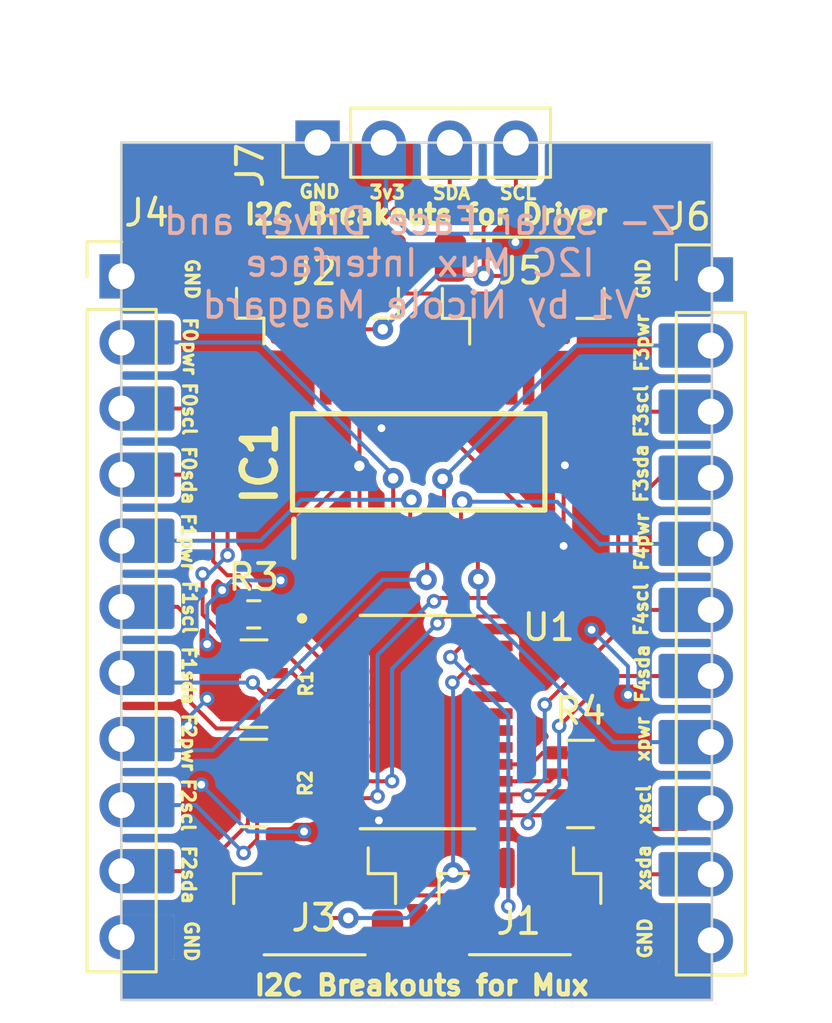
<source format=kicad_pcb>
(kicad_pcb (version 20240108) (generator "pcbnew") (generator_version "8.0")
  (layers (0 "F.Cu" signal) (31 "B.Cu" signal) (34 "B.Paste" user) (35 "F.Paste" user) (36 "B.SilkS" user "B.Silkscreen") (37 "F.SilkS" user "F.Silkscreen") (38 "B.Mask" user) (39 "F.Mask" user) (44 "Edge.Cuts" user))
  (net 0 "")
  (net 1 "Camera")
  (net 2 "+3V3")
  (net 9 "GND")
  (net 10 "F0_ENB")
  (net 11 "F1_ENB")
  (net 12 "F2_ENB")
  (net 13 "F3_ENB")
  (net 14 "F4_ENB")
  (net 23 "SCL0")
  (net 24 "SDA0")
  (net 25 "SDA1")
  (net 26 "SCL1")
  (net 27 "F3_SDA")
  (net 28 "F2_SDA")
  (net 29 "F1_SDA")
  (net 30 "F0_SDA")
  (net 31 "F3_SCL")
  (net 32 "F2_SCL")
  (net 33 "F0_SCL")
  (net 34 "F4_SCL")
  (net 35 "F4_SDA")
  (net 36 "I2C_RESET")
  (net 37 "F1_SCL")
  (net 38 "Break_SDA")
  (net 39 "Break_SCL")
  (footprint "Connector_PinHeader_2.54mm:PinHeader_1x11_P2.54mm_Vertical" (layer "F.Cu") (at 166.36 75.11)
    (property "Reference" "J6")
    (property "Value" "Conn_01x11")
  )
  (footprint "Connector_PinHeader_2.54mm:PinHeader_1x11_P2.54mm_Vertical" (layer "F.Cu") (at 143.71 74.99)
    (property "Reference" "J4")
    (property "Value" "Conn_01x11")
  )
  (footprint "Connector_JST:JST_SH_BM04B-SRSS-TB_1x04-1MP_P1.00mm_Vertical" (layer "F.Cu") (at 159.02 99.05 180)
    (property "Reference" "J1")
    (property "Value" "I2C0 Breakout")
  )
  (footprint "PCA9685:SOP65P640X110-28N" (layer "F.Cu") (at 155.13 82.12 90)
    (property "Reference" "IC1")
    (property "Value" "PCA9685PW,118" (hide yes))
  )
  (footprint "Resistor_SMD:R_0603_1608Metric" (layer "F.Cu") (at 148.79 87.98)
    (property "Reference" "R3")
    (property "Value" "10K")
  )
  (footprint "Resistor_SMD:R_Array_Convex_4x0603" (layer "F.Cu") (at 148.8 90.64 180)
    (property "Reference" "R1")
    (property "Value" "10k")
  )
  (footprint "TCA9548APWR:SOP65P640X120-24N" (layer "F.Cu") (at 155.085 92.12)
    (property "Reference" "U1")
    (property "Value" "TCA9548APWR")
  )
  (footprint "Connector_JST:JST_SH_BM04B-SRSS-TB_1x04-1MP_P1.00mm_Vertical" (layer "F.Cu") (at 159.15 75.495)
    (property "Reference" "J5")
    (property "Value" "I2C1 Breakout")
  )
  (footprint "Resistor_SMD:R_Array_Convex_4x0603" (layer "F.Cu") (at 161.35 94.5)
    (property "Reference" "R4")
    (property "Value" "10k")
  )
  (footprint "Connector_JST:JST_SH_BM04B-SRSS-TB_1x04-1MP_P1.00mm_Vertical" (layer "F.Cu") (at 151.24 75.485)
    (property "Reference" "J2")
    (property "Value" "I2C1 Breakout")
  )
  (footprint "Connector_JST:JST_SH_BM04B-SRSS-TB_1x04-1MP_P1.00mm_Vertical" (layer "F.Cu") (at 151.13 99.055 180)
    (property "Reference" "J3")
    (property "Value" "I2C0 Breakout")
  )
  (footprint "Resistor_SMD:R_Array_Convex_4x0603" (layer "F.Cu") (at 148.79 94.46 180)
    (property "Reference" "R2")
    (property "Value" "10k")
  )
  (footprint "Connector_PinHeader_2.54mm:PinHeader_1x04_P2.54mm_Vertical" (layer "F.Cu") (at 151.245 69.85 90)
    (property "Reference" "J7")
    (property "Value" "I2C1 Breakout")
  )
  (gr_line (start 166.4 71.7) (end 166.4 102.8) (stroke (width 0.1)) (layer "Edge.Cuts"))
  (gr_line (start 143.7 69.85) (end 143.7 71.7) (stroke (width 0.1)) (layer "Edge.Cuts"))
  (gr_line (start 143.7 102.8) (end 143.7 71.7) (stroke (width 0.1)) (layer "Edge.Cuts"))
  (gr_line (start 166.4 69.85) (end 166.4 71.7) (stroke (width 0.1)) (layer "Edge.Cuts"))
  (gr_line (start 166.4 102.8) (end 143.7 102.8) (stroke (width 0.1)) (layer "Edge.Cuts"))
  (gr_line (start 166.4 69.85) (end 143.7 69.85) (stroke (width 0.1)) (layer "Edge.Cuts"))
  (gr_text "Z- Solar Face Driver and\nI2C Mux Interface\nV1 by Nicole Maggard" (at 155.175 76.675 0) (layer "B.SilkS") (effects (font (size 1 1)) (justify bottom mirror)))
  (gr_text "xscl" (at 164.075 96.125 90) (layer "F.SilkS") (effects (font (size 0.5 0.5) (thickness 0.125)) (justify left bottom)))
  (gr_text "GND" (at 164.125 101.275 90) (layer "F.SilkS") (effects (font (size 0.5 0.5) (thickness 0.125)) (justify left bottom)))
  (gr_text "F2sda" (at 146 96.8 270) (layer "F.SilkS") (effects (font (size 0.5 0.5) (thickness 0.125)) (justify left bottom)))
  (gr_text "SCL" (at 158.175 72.075 0) (layer "F.SilkS") (effects (font (size 0.5 0.5) (thickness 0.125)) (justify left bottom)))
  (gr_text "F0scl" (at 146.025 79 270) (layer "F.SilkS") (effects (font (size 0.5 0.5) (thickness 0.125)) (justify left bottom)))
  (gr_text "3v3" (at 153.175 72.05 0) (layer "F.SilkS") (effects (font (size 0.5 0.5) (thickness 0.125)) (justify left bottom)))
  (gr_text "F0pwr" (at 146.05 76.5 270) (layer "F.SilkS") (effects (font (size 0.5 0.5) (thickness 0.125)) (justify left bottom)))
  (gr_text "GND" (at 164.05 75.925 90) (layer "F.SilkS") (effects (font (size 0.5 0.5) (thickness 0.125)) (justify left bottom)))
  (gr_text "F4scl" (at 163.975 88.875 90) (layer "F.SilkS") (effects (font (size 0.5 0.5) (thickness 0.125)) (justify left bottom)))
  (gr_text "F2scl" (at 145.975 94.225 270) (layer "F.SilkS") (effects (font (size 0.5 0.5) (thickness 0.125)) (justify left bottom)))
  (gr_text "F3sda" (at 163.975 83.75 90) (layer "F.SilkS") (effects (font (size 0.5 0.5) (thickness 0.125)) (justify left bottom)))
  (gr_text "F1pwr" (at 145.975 84.025 270) (layer "F.SilkS") (effects (font (size 0.5 0.5) (thickness 0.125)) (justify left bottom)))
  (gr_text "F3pwr" (at 164 78.725 90) (layer "F.SilkS") (effects (font (size 0.5 0.5) (thickness 0.125)) (justify left bottom)))
  (gr_text "F1sda" (at 146 89.15 270) (layer "F.SilkS") (effects (font (size 0.5 0.5) (thickness 0.125)) (justify left bottom)))
  (gr_text "F4sda" (at 164.025 91.45 90) (layer "F.SilkS") (effects (font (size 0.5 0.5) (thickness 0.125)) (justify left bottom)))
  (gr_text "xsda" (at 164.075 98.65 90) (layer "F.SilkS") (effects (font (size 0.5 0.5) (thickness 0.125)) (justify left bottom)))
  (gr_text "F1scl" (at 146.025 86.625 270) (layer "F.SilkS") (effects (font (size 0.5 0.5) (thickness 0.125)) (justify left bottom)))
  (gr_text "GND" (at 146.125 74.25 -90) (layer "F.SilkS") (effects (font (size 0.5 0.5) (thickness 0.125)) (justify left bottom)))
  (gr_text "I2C Breakouts for Mux" (at 148.725 102.675 0) (layer "F.SilkS") (effects (font (size 0.75 0.75) (thickness 0.1875) (bold yes)) (justify left bottom)))
  (gr_text "F0sda" (at 146 81.45 270) (layer "F.SilkS") (effects (font (size 0.5 0.5) (thickness 0.125)) (justify left bottom)))
  (gr_text "GND" (at 150.475 72.025 0) (layer "F.SilkS") (effects (font (size 0.5 0.5) (thickness 0.125)) (justify left bottom)))
  (gr_text "GND" (at 146.1 99.7 -90) (layer "F.SilkS") (effects (font (size 0.5 0.5) (thickness 0.125)) (justify left bottom)))
  (gr_text "I2C Breakouts for Driver" (at 148.35 73.05 0) (layer "F.SilkS") (effects (font (size 0.75 0.75) (thickness 0.1875) (bold yes)) (justify left bottom)))
  (gr_text "F4pwr" (at 164 86.375 90) (layer "F.SilkS") (effects (font (size 0.5 0.5) (thickness 0.125)) (justify left bottom)))
  (gr_text "F2pwr" (at 146 91.725 270) (layer "F.SilkS") (effects (font (size 0.5 0.5) (thickness 0.125)) (justify left bottom)))
  (gr_text "F3scl" (at 163.975 81.25 90) (layer "F.SilkS") (effects (font (size 0.5 0.5) (thickness 0.125)) (justify left bottom)))
  (gr_text "SDA" (at 155.6 72.075 0) (layer "F.SilkS") (effects (font (size 0.5 0.5) (thickness 0.125)) (justify left bottom)))
  (gr_text "xpwr" (at 164.025 93.7 90) (layer "F.SilkS") (effects (font (size 0.5 0.5) (thickness 0.125)) (justify left bottom)))
  (segment (start 157.405 85.058) (end 157.405 86.605) (width 0.1524) (layer "F.Cu") (net 1))
  (segment (start 157.405 86.605) (end 157.425 86.625) (width 0.1524) (layer "F.Cu") (net 1))
  (via (at 157.425 86.625) (size 0.8) (drill 0.4) (layers "F.Cu" "B.Cu") (net 1))
  (segment (start 157.425 86.625) (end 157.425 87.7) (width 0.1524) (layer "B.Cu") (net 1))
  (segment (start 157.425 87.7) (end 162.615 92.89) (width 0.1524) (layer "B.Cu") (net 1))
  (segment (start 162.615 92.89) (end 166.1968 92.89) (width 0.1524) (layer "B.Cu") (net 1))
  (via (at 149.825 86.675) (size 0.56) (drill 0.3) (layers "F.Cu" "B.Cu") (net 2))
  (via (at 147 91.225) (size 0.56) (drill 0.3) (layers "F.Cu" "B.Cu") (net 2))
  (via (at 163.175 91.075) (size 0.56) (drill 0.3) (layers "F.Cu" "B.Cu") (net 2))
  (via (at 147.575 87.05) (size 0.56) (drill 0.3) (layers "F.Cu" "B.Cu") (net 2))
  (via (at 163.175 91.075) (size 0.56) (drill 0.3) (layers "F.Cu" "B.Cu") (net 2))
  (via (at 147 89.125) (size 0.56) (drill 0.3) (layers "F.Cu" "B.Cu") (net 2))
  (via (at 146.275 92.275) (size 0.56) (drill 0.3) (layers "F.Cu" "B.Cu") (net 2))
  (via (at 158.85 73.675) (size 0.56) (drill 0.3) (layers "F.Cu" "B.Cu") (net 2))
  (via (at 161.775 88.575) (size 0.56) (drill 0.3) (layers "F.Cu" "B.Cu") (net 2))
  (via (at 146.775 94.525) (size 0.56) (drill 0.3) (layers "F.Cu" "B.Cu") (net 2))
  (via (at 150.725 96.325) (size 0.56) (drill 0.3) (layers "F.Cu" "B.Cu") (net 2))
  (segment (start 147.575 87.05) (end 147.95 86.675) (width 0.1524) (layer "B.Cu") (net 2))
  (segment (start 163.175 89.975) (end 161.775 88.575) (width 0.1524) (layer "B.Cu") (net 2))
  (segment (start 146.275 92.275) (end 146.275 91.95) (width 0.1524) (layer "B.Cu") (net 2))
  (segment (start 153.875 70.0532) (end 153.785 70.0532) (width 0.1524) (layer "B.Cu") (net 2))
  (segment (start 147 87.625) (end 147.575 87.05) (width 0.1524) (layer "B.Cu") (net 2))
  (segment (start 158.85 73.675) (end 158.525 73.35) (width 0.1524) (layer "B.Cu") (net 2))
  (segment (start 147 89.125) (end 147 87.625) (width 0.1524) (layer "B.Cu") (net 2))
  (segment (start 146.275 91.95) (end 147 91.225) (width 0.1524) (layer "B.Cu") (net 2))
  (segment (start 158.525 73.35) (end 154.8 73.35) (width 0.1524) (layer "B.Cu") (net 2))
  (segment (start 150.725 96.325) (end 148.575 96.325) (width 0.1524) (layer "B.Cu") (net 2))
  (segment (start 147.95 86.675) (end 149.825 86.675) (width 0.1524) (layer "B.Cu") (net 2))
  (segment (start 153.875 72.425) (end 153.875 70.0532) (width 0.1524) (layer "B.Cu") (net 2))
  (segment (start 148.575 96.325) (end 146.775 94.525) (width 0.1524) (layer "B.Cu") (net 2))
  (segment (start 163.175 91.075) (end 163.175 89.975) (width 0.1524) (layer "B.Cu") (net 2))
  (segment (start 154.8 73.35) (end 153.875 72.425) (width 0.1524) (layer "B.Cu") (net 2))
  (segment (start 152.63 96.11) (end 152.215 95.695) (width 0.1524) (layer "F.Cu") (net 9))
  (segment (start 152.855 85.058) (end 152.855 82.28) (width 0.1524) (layer "F.Cu") (net 9))
  (segment (start 153.505 79.182) (end 153.505 80.63) (width 0.1524) (layer "F.Cu") (net 9))
  (segment (start 159.355 84.1681) (end 155.3826 80.1957) (width 0.1524) (layer "F.Cu") (net 9))
  (segment (start 153.505 80.63) (end 153.7 80.825) (width 0.1524) (layer "F.Cu") (net 9))
  (segment (start 152.63 97.73) (end 152.63 96.11) (width 0.1524) (layer "F.Cu") (net 9))
  (segment (start 159.355 85.058) (end 159.355 84.1681) (width 0.1524) (layer "F.Cu") (net 9))
  (segment (start 148.91 76.81) (end 147.09 74.99) (width 0.1524) (layer "F.Cu") (net 9))
  (segment (start 160.52 97.725) (end 161.225 97.725) (width 0.1524) (layer "F.Cu") (net 9))
  (segment (start 154.155 80.03) (end 154.155 79.182) (width 0.1524) (layer "F.Cu") (net 9))
  (segment (start 161.225 97.725) (end 164.01 100.51) (width 0.1524) (layer "F.Cu") (net 9))
  (segment (start 160.7 82.3) (end 160.75 82.25) (width 0.1524) (layer "F.Cu") (net 9))
  (segment (start 157.65 76.82) (end 155.6521 76.82) (width 0.1524) (layer "F.Cu") (net 9))
  (segment (start 155.6521 76.82) (end 154.155 78.3171) (width 0.1524) (layer "F.Cu") (net 9))
  (segment (start 149.74 76.81) (end 148.91 76.81) (width 0.1524) (layer "F.Cu") (net 9))
  (segment (start 152.855 82.2181) (end 152.855 82.125) (width 0.1524) (layer "F.Cu") (net 9))
  (segment (start 152.855 82.125) (end 152.855 79.182) (width 0.1524) (layer "F.Cu") (net 9))
  (segment (start 152.85 82.275) (end 152.855 82.27) (width 0.1524) (layer "F.Cu") (net 9))
  (segment (start 150.905 84.1681) (end 152.855 82.2181) (width 0.1524) (layer "F.Cu") (net 9))
  (segment (start 164.01 100.51) (end 166.1968 100.51) (width 0.1524) (layer "F.Cu") (net 9))
  (segment (start 154.155 79.182) (end 152.855 79.182) (width 0.1524) (layer "F.Cu") (net 9))
  (segment (start 160.7 85.35) (end 159.647 85.35) (width 0.1524) (layer "F.Cu") (net 9))
  (segment (start 154.155 78.3171) (end 154.155 79.182) (width 0.1524) (layer "F.Cu") (net 9))
  (segment (start 152.855 82.28) (end 152.85 82.275) (width 0.1524) (layer "F.Cu") (net 9))
  (segment (start 159.647 85.35) (end 159.355 85.058) (width 0.1524) (layer "F.Cu") (net 9))
  (segment (start 147.09 74.99) (end 143.9032 74.99) (width 0.1524) (layer "F.Cu") (net 9))
  (segment (start 150.905 85.058) (end 150.905 84.1681) (width 0.1524) (layer "F.Cu") (net 9))
  (segment (start 160.7 85.35) (end 160.7 82.3) (width 0.1524) (layer "F.Cu") (net 9))
  (segment (start 154.3207 80.1957) (end 154.155 80.03) (width 0.1524) (layer "F.Cu") (net 9))
  (segment (start 153.395 95.695) (end 152.215 95.695) (width 0.1524) (layer "F.Cu") (net 9))
  (segment (start 152.855 82.27) (end 152.855 82.125) (width 0.1524) (layer "F.Cu") (net 9))
  (segment (start 153.6 95.9) (end 153.395 95.695) (width 0.1524) (layer "F.Cu") (net 9))
  (segment (start 155.3826 80.1957) (end 154.3207 80.1957) (width 0.1524) (layer "F.Cu") (net 9))
  (via (at 160.7 85.35) (size 0.56) (drill 0.3) (layers "F.Cu" "B.Cu") (net 9))
  (via (at 153.7 80.825) (size 0.56) (drill 0.3) (layers "F.Cu" "B.Cu") (net 9))
  (via (at 153.6 95.9) (size 0.56) (drill 0.3) (layers "F.Cu" "B.Cu") (net 9))
  (via (at 160.75 82.25) (size 0.56) (drill 0.3) (layers "F.Cu" "B.Cu") (net 9))
  (via (at 152.85 82.275) (size 0.8) (drill 0.4) (layers "F.Cu" "B.Cu") (net 9))
  (segment (start 154.15 84.1881) (end 154.15 82.75) (width 0.1524) (layer "F.Cu") (net 10))
  (segment (start 154.155 85.058) (end 154.155 84.1931) (width 0.1524) (layer "F.Cu") (net 10))
  (segment (start 154.155 84.1931) (end 154.15 84.1881) (width 0.1524) (layer "F.Cu") (net 10))
  (via (at 154.15 82.75) (size 0.8) (drill 0.4) (layers "F.Cu" "B.Cu") (net 10))
  (segment (start 149.061292 77.53) (end 143.9032 77.53) (width 0.1524) (layer "B.Cu") (net 10))
  (segment (start 154.15 82.75) (end 154.15 82.618708) (width 0.1524) (layer "B.Cu") (net 10))
  (segment (start 154.15 82.618708) (end 149.061292 77.53) (width 0.1524) (layer "B.Cu") (net 10))
  (segment (start 154.805 83.62) (end 154.85 83.575) (width 0.1524) (layer "F.Cu") (net 11))
  (segment (start 154.805 85.058) (end 154.805 83.62) (width 0.1524) (layer "F.Cu") (net 11))
  (via (at 154.85 83.575) (size 0.8) (drill 0.4) (layers "F.Cu" "B.Cu") (net 11))
  (segment (start 154.85 83.575) (end 150.625 83.575) (width 0.1524) (layer "B.Cu") (net 11))
  (segment (start 150.625 83.575) (end 149.05 85.15) (width 0.1524) (layer "B.Cu") (net 11))
  (segment (start 149.05 85.15) (end 143.9032 85.15) (width 0.1524) (layer "B.Cu") (net 11))
  (segment (start 155.455 85.058) (end 155.455 86.62) (width 0.1524) (layer "F.Cu") (net 12))
  (segment (start 155.455 86.62) (end 155.425 86.65) (width 0.1524) (layer "F.Cu") (net 12))
  (via (at 155.425 86.65) (size 0.8) (drill 0.4) (layers "F.Cu" "B.Cu") (net 12))
  (segment (start 153.75 86.65) (end 147.2 93.2) (width 0.1524) (layer "B.Cu") (net 12))
  (segment (start 144.3332 93.2) (end 143.9032 92.77) (width 0.1524) (layer "B.Cu") (net 12))
  (segment (start 155.425 86.65) (end 153.75 86.65) (width 0.1524) (layer "B.Cu") (net 12))
  (segment (start 147.2 93.2) (end 144.3332 93.2) (width 0.1524) (layer "B.Cu") (net 12))
  (segment (start 156.105 82.83) (end 156.05 82.775) (width 0.1524) (layer "F.Cu") (net 13))
  (segment (start 156.105 85.058) (end 156.105 82.83) (width 0.1524) (layer "F.Cu") (net 13))
  (via (at 156.05 82.775) (size 0.8) (drill 0.4) (layers "F.Cu" "B.Cu") (net 13))
  (segment (start 156.05 82.775) (end 161.175 77.65) (width 0.1524) (layer "B.Cu") (net 13))
  (segment (start 161.175 77.65) (end 166.1968 77.65) (width 0.1524) (layer "B.Cu") (net 13))
  (segment (start 156.755 83.695) (end 156.8 83.65) (width 0.1524) (layer "F.Cu") (net 14))
  (segment (start 156.755 85.058) (end 156.755 83.695) (width 0.1524) (layer "F.Cu") (net 14))
  (via (at 156.8 83.65) (size 0.8) (drill 0.4) (layers "F.Cu" "B.Cu") (net 14))
  (segment (start 156.8 83.65) (end 160.45 83.65) (width 0.1524) (layer "B.Cu") (net 14))
  (segment (start 160.45 83.65) (end 162.1 85.3) (width 0.1524) (layer "B.Cu") (net 14))
  (segment (start 162.1 85.3) (end 162.13 85.27) (width 0.1524) (layer "B.Cu") (net 14))
  (segment (start 162.13 85.27) (end 166.1968 85.27) (width 0.1524) (layer "B.Cu") (net 14))
  (segment (start 156.481403 90.6) (end 156.425 90.6) (width 0.1524) (layer "F.Cu") (net 23))
  (segment (start 149.63 98.107738) (end 151.172262 99.65) (width 0.1524) (layer "F.Cu") (net 23))
  (segment (start 157.345 97.9) (end 157.52 97.725) (width 0.1524) (layer "F.Cu") (net 23))
  (segment (start 157.236403 89.845) (end 156.481403 90.6) (width 0.1524) (layer "F.Cu") (net 23))
  (segment (start 151.172262 99.65) (end 152.425 99.65) (width 0.1524) (layer "F.Cu") (net 23))
  (segment (start 149.63 97.73) (end 149.63 98.107738) (width 0.1524) (layer "F.Cu") (net 23))
  (segment (start 157.955 89.845) (end 157.236403 89.845) (width 0.1524) (layer "F.Cu") (net 23))
  (segment (start 156.45 97.9) (end 157.345 97.9) (width 0.1524) (layer "F.Cu") (net 23))
  (via (at 156.45 97.9) (size 0.8) (drill 0.4) (layers "F.Cu" "B.Cu") (net 23))
  (via (at 156.425 90.6) (size 0.56) (drill 0.3) (layers "F.Cu" "B.Cu") (net 23))
  (via (at 152.425 99.65) (size 0.8) (drill 0.4) (layers "F.Cu" "B.Cu") (net 23))
  (segment (start 156.45 90.625) (end 156.45 97.9) (width 0.1524) (layer "B.Cu") (net 23))
  (segment (start 152.425 99.65) (end 154.7 99.65) (width 0.1524) (layer "B.Cu") (net 23))
  (segment (start 156.425 90.6) (end 156.45 90.625) (width 0.1524) (layer "B.Cu") (net 23))
  (segment (start 154.7 99.65) (end 156.45 97.9) (width 0.1524) (layer "B.Cu") (net 23))
  (segment (start 157.955 89.195) (end 156.78 89.195) (width 0.1524) (layer "F.Cu") (net 24))
  (segment (start 150.63 98.355) (end 150.63 97.73) (width 0.1524) (layer "F.Cu") (net 24))
  (segment (start 158.575 99.2) (end 158.575 97.78) (width 0.1524) (layer "F.Cu") (net 24))
  (segment (start 156.78 89.195) (end 156.35 89.625) (width 0.1524) (layer "F.Cu") (net 24))
  (segment (start 151.0562 98.7812) (end 150.63 98.355) (width 0.1524) (layer "F.Cu") (net 24))
  (segment (start 157.841538 98.7812) (end 151.0562 98.7812) (width 0.1524) (layer "F.Cu") (net 24))
  (segment (start 158.52 98.102738) (end 157.841538 98.7812) (width 0.1524) (layer "F.Cu") (net 24))
  (segment (start 158.575 97.78) (end 158.52 97.725) (width 0.1524) (layer "F.Cu") (net 24))
  (segment (start 158.52 97.725) (end 158.52 98.102738) (width 0.1524) (layer "F.Cu") (net 24))
  (via (at 158.575 99.2) (size 0.56) (drill 0.3) (layers "F.Cu" "B.Cu") (net 24))
  (via (at 156.35 89.625) (size 0.56) (drill 0.3) (layers "F.Cu" "B.Cu") (net 24))
  (segment (start 156.35 89.625) (end 158.575 91.85) (width 0.1524) (layer "B.Cu") (net 24))
  (segment (start 158.575 91.85) (end 158.575 99.2) (width 0.1524) (layer "B.Cu") (net 24))
  (segment (start 151.555 76.995) (end 151.555 79.182) (width 0.1524) (layer "F.Cu") (net 25))
  (segment (start 151.74 76.81) (end 151.74 76.432262) (width 0.1524) (layer "F.Cu") (net 25))
  (segment (start 151.74 76.81) (end 151.555 76.995) (width 0.1524) (layer "F.Cu") (net 25))
  (segment (start 159.65 75.85) (end 159.65 76.82) (width 0.1524) (layer "F.Cu") (net 25))
  (segment (start 155.725 72.375) (end 156.325 71.775) (width 0.1524) (layer "F.Cu") (net 25))
  (segment (start 151.74 76.432262) (end 152.522262 75.65) (width 0.1524) (layer "F.Cu") (net 25))
  (segment (start 151.74 74.840841) (end 154.205841 72.375) (width 0.1524) (layer "F.Cu") (net 25))
  (segment (start 154.205841 72.375) (end 155.725 72.375) (width 0.1524) (layer "F.Cu") (net 25))
  (segment (start 152.522262 75.65) (end 159.45 75.65) (width 0.1524) (layer "F.Cu") (net 25))
  (segment (start 156.325 71.775) (end 156.325 70.0532) (width 0.1524) (layer "F.Cu") (net 25))
  (segment (start 151.74 76.81) (end 151.74 74.840841) (width 0.1524) (layer "F.Cu") (net 25))
  (segment (start 159.45 75.65) (end 159.65 75.85) (width 0.1524) (layer "F.Cu") (net 25))
  (segment (start 160.65 76.351632) (end 159.272668 74.9743) (width 0.1524) (layer "F.Cu") (net 26))
  (segment (start 159.272668 74.9743) (end 157.625 74.9743) (width 0.1524) (layer "F.Cu") (net 26))
  (segment (start 153.75 77.025) (end 152.955 77.025) (width 0.1524) (layer "F.Cu") (net 26))
  (segment (start 157.625 74.9743) (end 157.625 73.1) (width 0.1524) (layer "F.Cu") (net 26))
  (segment (start 160.65 76.82) (end 160.65 76.351632) (width 0.1524) (layer "F.Cu") (net 26))
  (segment (start 152.74 76.81) (end 152.74 77.7571) (width 0.1524) (layer "F.Cu") (net 26))
  (segment (start 157.625 73.1) (end 158.865 71.86) (width 0.1524) (layer "F.Cu") (net 26))
  (segment (start 152.205 78.2921) (end 152.205 79.182) (width 0.1524) (layer "F.Cu") (net 26))
  (segment (start 152.74 77.7571) (end 152.205 78.2921) (width 0.1524) (layer "F.Cu") (net 26))
  (segment (start 158.865 71.86) (end 158.865 70.0532) (width 0.1524) (layer "F.Cu") (net 26))
  (segment (start 152.955 77.025) (end 152.74 76.81) (width 0.1524) (layer "F.Cu") (net 26))
  (via (at 157.625 74.9743) (size 0.8) (drill 0.4) (layers "F.Cu" "B.Cu") (net 26))
  (via (at 153.75 77.025) (size 0.8) (drill 0.4) (layers "F.Cu" "B.Cu") (net 26))
  (segment (start 155.8007 74.9743) (end 153.75 77.025) (width 0.1524) (layer "B.Cu") (net 26))
  (segment (start 157.625 74.9743) (end 155.8007 74.9743) (width 0.1524) (layer "B.Cu") (net 26))
  (segment (start 152.215 94.395) (end 154.100152 94.395) (width 0.1524) (layer "F.Cu") (net 27))
  (segment (start 149.69 94.86) (end 150.615 94.86) (width 0.1524) (layer "F.Cu") (net 27))
  (segment (start 150.615 94.86) (end 151.08 94.395) (width 0.1524) (layer "F.Cu") (net 27))
  (segment (start 156.1112 88.0638) (end 161.009568 88.0638) (width 0.1524) (layer "F.Cu") (net 27))
  (segment (start 154.100152 94.395) (end 154.1057 94.389452) (width 0.1524) (layer "F.Cu") (net 27))
  (segment (start 155.85 88.325) (end 156.1112 88.0638) (width 0.1524) (layer "F.Cu") (net 27))
  (segment (start 164.395 82.73) (end 166.1968 82.73) (width 0.1524) (layer "F.Cu") (net 27))
  (segment (start 163.275 85.798368) (end 163.275 83.85) (width 0.1524) (layer "F.Cu") (net 27))
  (segment (start 161.009568 88.0638) (end 163.275 85.798368) (width 0.1524) (layer "F.Cu") (net 27))
  (segment (start 163.275 83.85) (end 164.395 82.73) (width 0.1524) (layer "F.Cu") (net 27))
  (segment (start 151.08 94.395) (end 152.215 94.395) (width 0.1524) (layer "F.Cu") (net 27))
  (via (at 155.85 88.325) (size 0.56) (drill 0.3) (layers "F.Cu" "B.Cu") (net 27))
  (via (at 154.1057 94.389452) (size 0.56) (drill 0.3) (layers "F.Cu" "B.Cu") (net 27))
  (segment (start 154.1057 90.0693) (end 155.85 88.325) (width 0.1524) (layer "B.Cu") (net 27))
  (segment (start 154.1057 94.389452) (end 154.1057 90.0693) (width 0.1524) (layer "B.Cu") (net 27))
  (segment (start 148.5662 93.8314) (end 148.5662 96.0338) (width 0.1524) (layer "F.Cu") (net 28))
  (segment (start 152.05 93.26) (end 152.215 93.095) (width 0.1524) (layer "F.Cu") (net 28))
  (segment (start 149.1376 93.26) (end 148.5662 93.8314) (width 0.1524) (layer "F.Cu") (net 28))
  (segment (start 148.5662 96.0338) (end 146.75 97.85) (width 0.1524) (layer "F.Cu") (net 28))
  (segment (start 146.75 97.85) (end 143.9032 97.85) (width 0.1524) (layer "F.Cu") (net 28))
  (segment (start 149.69 93.26) (end 152.05 93.26) (width 0.1524) (layer "F.Cu") (net 28))
  (segment (start 149.69 93.26) (end 149.1376 93.26) (width 0.1524) (layer "F.Cu") (net 28))
  (segment (start 149.7 91.04) (end 149.191155 91.04) (width 0.1524) (layer "F.Cu") (net 29))
  (segment (start 150.589771 91.04) (end 149.7 91.04) (width 0.1524) (layer "F.Cu") (net 29))
  (segment (start 152.215 91.795) (end 151.344771 91.795) (width 0.1524) (layer "F.Cu") (net 29))
  (segment (start 149.191155 91.04) (end 148.751793 90.600638) (width 0.1524) (layer "F.Cu") (net 29))
  (segment (start 151.344771 91.795) (end 150.589771 91.04) (width 0.1524) (layer "F.Cu") (net 29))
  (via (at 148.751793 90.600638) (size 0.56) (drill 0.3) (layers "F.Cu" "B.Cu") (net 29))
  (segment (start 144.080638 90.600638) (end 143.9032 90.4232) (width 0.1524) (layer "B.Cu") (net 29))
  (segment (start 143.9032 90.4232) (end 143.9032 90.23) (width 0.1524) (layer "B.Cu") (net 29))
  (segment (start 148.751793 90.600638) (end 144.080638 90.600638) (width 0.1524) (layer "B.Cu") (net 29))
  (segment (start 148.6412 86.887935) (end 148.228265 86.475) (width 0.1524) (layer "F.Cu") (net 30))
  (segment (start 148.6412 88.3812) (end 148.6412 86.887935) (width 0.1524) (layer "F.Cu") (net 30))
  (segment (start 147.228579 83.378579) (end 146.46 82.61) (width 0.1524) (layer "F.Cu") (net 30))
  (segment (start 146.46 82.61) (end 143.9032 82.61) (width 0.1524) (layer "F.Cu") (net 30))
  (segment (start 147.767493 86.475) (end 147.228579 85.936086) (width 0.1524) (layer "F.Cu") (net 30))
  (segment (start 151.041507 90.495) (end 149.986507 89.44) (width 0.1524) (layer "F.Cu") (net 30))
  (segment (start 149.986507 89.44) (end 149.7 89.44) (width 0.1524) (layer "F.Cu") (net 30))
  (segment (start 149.7 89.44) (end 148.6412 88.3812) (width 0.1524) (layer "F.Cu") (net 30))
  (segment (start 147.228579 85.936086) (end 147.228579 83.378579) (width 0.1524) (layer "F.Cu") (net 30))
  (segment (start 152.215 90.495) (end 151.041507 90.495) (width 0.1524) (layer "F.Cu") (net 30))
  (segment (start 148.228265 86.475) (end 147.767493 86.475) (width 0.1524) (layer "F.Cu") (net 30))
  (segment (start 162.8 85.775) (end 162.8 81) (width 0.1524) (layer "F.Cu") (net 31))
  (segment (start 161.225 87.35) (end 162.8 85.775) (width 0.1524) (layer "F.Cu") (net 31))
  (segment (start 163.61 80.19) (end 166.1968 80.19) (width 0.1524) (layer "F.Cu") (net 31))
  (segment (start 162.8 81) (end 163.61 80.19) (width 0.1524) (layer "F.Cu") (net 31))
  (segment (start 155.719114 87.478867) (end 155.847981 87.35) (width 0.1524) (layer "F.Cu") (net 31))
  (segment (start 150.881403 95.66) (end 151.496403 95.045) (width 0.1524) (layer "F.Cu") (net 31))
  (segment (start 153.48 95.045) (end 153.55 94.975) (width 0.1524) (layer "F.Cu") (net 31))
  (segment (start 151.496403 95.045) (end 152.215 95.045) (width 0.1524) (layer "F.Cu") (net 31))
  (segment (start 152.215 95.045) (end 153.48 95.045) (width 0.1524) (layer "F.Cu") (net 31))
  (segment (start 149.69 95.66) (end 150.881403 95.66) (width 0.1524) (layer "F.Cu") (net 31))
  (segment (start 155.847981 87.35) (end 161.225 87.35) (width 0.1524) (layer "F.Cu") (net 31))
  (via (at 155.719114 87.478867) (size 0.56) (drill 0.3) (layers "F.Cu" "B.Cu") (net 31))
  (via (at 153.55 94.975) (size 0.56) (drill 0.3) (layers "F.Cu" "B.Cu") (net 31))
  (segment (start 155.719114 87.478867) (end 155.614841 87.478867) (width 0.1524) (layer "B.Cu") (net 31))
  (segment (start 155.614841 87.478867) (end 153.55 89.543708) (width 0.1524) (layer "B.Cu") (net 31))
  (segment (start 153.55 89.543708) (end 153.55 94.975) (width 0.1524) (layer "B.Cu") (net 31))
  (segment (start 149.69 94.06) (end 149.3586 94.06) (width 0.1524) (layer "F.Cu") (net 32))
  (segment (start 150.5574 93.745) (end 152.215 93.745) (width 0.1524) (layer "F.Cu") (net 32))
  (segment (start 149.3586 94.06) (end 148.9186 94.5) (width 0.1524) (layer "F.Cu") (net 32))
  (segment (start 148.9186 94.5) (end 148.9186 96.6314) (width 0.1524) (layer "F.Cu") (net 32))
  (segment (start 149.69 94.06) (end 150.2424 94.06) (width 0.1524) (layer "F.Cu") (net 32))
  (segment (start 148.9186 96.6314) (end 148.4 97.15) (width 0.1524) (layer "F.Cu") (net 32))
  (segment (start 150.2424 94.06) (end 150.5574 93.745) (width 0.1524) (layer "F.Cu") (net 32))
  (via (at 148.4 97.15) (size 0.56) (drill 0.3) (layers "F.Cu" "B.Cu") (net 32))
  (segment (start 146.56 95.31) (end 143.9032 95.31) (width 0.1524) (layer "B.Cu") (net 32))
  (segment (start 148.4 97.15) (end 146.56 95.31) (width 0.1524) (layer "B.Cu") (net 32))
  (segment (start 150.288139 90.24) (end 149.7 90.24) (width 0.1524) (layer "F.Cu") (net 33))
  (segment (start 146.825 87.988448) (end 146.825 86.425) (width 0.1524) (layer "F.Cu") (net 33))
  (segment (start 149.7 90.24) (end 149.2976 90.24) (width 0.1524) (layer "F.Cu") (net 33))
  (segment (start 151.193139 91.145) (end 150.288139 90.24) (width 0.1524) (layer "F.Cu") (net 33))
  (segment (start 152.215 91.145) (end 151.193139 91.145) (width 0.1524) (layer "F.Cu") (net 33))
  (segment (start 148.25 88.7312) (end 147.567752 88.7312) (width 0.1524) (layer "F.Cu") (net 33))
  (segment (start 146.345 80.07) (end 143.9032 80.07) (width 0.1524) (layer "F.Cu") (net 33))
  (segment (start 149.2976 90.24) (end 149.0238 89.9662) (width 0.1524) (layer "F.Cu") (net 33))
  (segment (start 147.784779 85.7057) (end 147.784779 81.509779) (width 0.1524) (layer "F.Cu") (net 33))
  (segment (start 149.0238 89.9662) (end 149.0238 89.505) (width 0.1524) (layer "F.Cu") (net 33))
  (segment (start 147.567752 88.7312) (end 146.825 87.988448) (width 0.1524) (layer "F.Cu") (net 33))
  (segment (start 149.0238 89.505) (end 148.25 88.7312) (width 0.1524) (layer "F.Cu") (net 33))
  (segment (start 147.784779 81.509779) (end 146.345 80.07) (width 0.1524) (layer "F.Cu") (net 33))
  (via (at 146.825 86.425) (size 0.56) (drill 0.3) (layers "F.Cu" "B.Cu") (net 33))
  (via (at 147.784779 85.7057) (size 0.56) (drill 0.3) (layers "F.Cu" "B.Cu") (net 33))
  (segment (start 146.825 86.425) (end 147.065479 86.425) (width 0.1524) (layer "B.Cu") (net 33))
  (segment (start 147.065479 86.425) (end 147.784779 85.7057) (width 0.1524) (layer "B.Cu") (net 33))
  (segment (start 159.325 94.9) (end 160.45 94.9) (width 0.1524) (layer "F.Cu") (net 34))
  (segment (start 159.975 91.45) (end 163.615 87.81) (width 0.1524) (layer "F.Cu") (net 34))
  (segment (start 157.955 95.045) (end 158.1 94.9) (width 0.1524) (layer "F.Cu") (net 34))
  (segment (start 158.1 94.9) (end 159.325 94.9) (width 0.1524) (layer "F.Cu") (net 34))
  (segment (start 163.615 87.81) (end 166.1968 87.81) (width 0.1524) (layer "F.Cu") (net 34))
  (segment (start 159.325 94.9) (end 159.325 94.9507) (width 0.1524) (layer "F.Cu") (net 34))
  (via (at 159.975 91.45) (size 0.56) (drill 0.3) (layers "F.Cu" "B.Cu") (net 34))
  (via (at 159.325 94.9507) (size 0.56) (drill 0.3) (layers "F.Cu" "B.Cu") (net 34))
  (segment (start 159.325 94.9507) (end 159.975 94.3007) (width 0.1524) (layer "B.Cu") (net 34))
  (segment (start 159.975 94.3007) (end 159.975 91.45) (width 0.1524) (layer "B.Cu") (net 34))
  (segment (start 159.325 96) (end 159.325 95.775) (width 0.1524) (layer "F.Cu") (net 35))
  (segment (start 159.275 95.7) (end 159.4 95.7) (width 0.1524) (layer "F.Cu") (net 35))
  (segment (start 159.325 96) (end 159.325 95.75) (width 0.1524) (layer "F.Cu") (net 35))
  (segment (start 159.325 95.75) (end 159.275 95.7) (width 0.1524) (layer "F.Cu") (net 35))
  (segment (start 159.325 95.775) (end 159.4 95.7) (width 0.1524) (layer "F.Cu") (net 35))
  (segment (start 159.4 95.7) (end 160.45 95.7) (width 0.1524) (layer "F.Cu") (net 35))
  (segment (start 162.4557 90.35) (end 166.1968 90.35) (width 0.1524) (layer "F.Cu") (net 35))
  (segment (start 160.5307 92.275) (end 162.4557 90.35) (width 0.1524) (layer "F.Cu") (net 35))
  (segment (start 157.955 95.695) (end 157.96 95.7) (width 0.1524) (layer "F.Cu") (net 35))
  (segment (start 157.96 95.7) (end 159.275 95.7) (width 0.1524) (layer "F.Cu") (net 35))
  (via (at 159.325 96) (size 0.56) (drill 0.3) (layers "F.Cu" "B.Cu") (net 35))
  (via (at 160.5307 92.275) (size 0.56) (drill 0.3) (layers "F.Cu" "B.Cu") (net 35))
  (segment (start 160.5307 94.531586) (end 160.5307 92.275) (width 0.1524) (layer "B.Cu") (net 35))
  (segment (start 159.325 95.737286) (end 160.5307 94.531586) (width 0.1524) (layer "B.Cu") (net 35))
  (segment (start 159.325 96) (end 159.325 95.737286) (width 0.1524) (layer "B.Cu") (net 35))
  (segment (start 149.631403 87.98) (end 149.615 87.98) (width 0.1524) (layer "F.Cu") (net 36))
  (segment (start 151.496403 89.845) (end 149.631403 87.98) (width 0.1524) (layer "F.Cu") (net 36))
  (segment (start 152.215 89.845) (end 151.496403 89.845) (width 0.1524) (layer "F.Cu") (net 36))
  (segment (start 145.865 87.69) (end 143.9032 87.69) (width 0.1524) (layer "F.Cu") (net 37))
  (segment (start 147.354614 92.3662) (end 146.375 91.386586) (width 0.1524) (layer "F.Cu") (net 37))
  (segment (start 146.375 91.386586) (end 146.375 88.2) (width 0.1524) (layer "F.Cu") (net 37))
  (segment (start 146.375 88.2) (end 145.865 87.69) (width 0.1524) (layer "F.Cu") (net 37))
  (segment (start 149.1738 92.3662) (end 147.354614 92.3662) (width 0.1524) (layer "F.Cu") (net 37))
  (segment (start 149.7 91.84) (end 149.1738 92.3662) (width 0.1524) (layer "F.Cu") (net 37))
  (segment (start 152.215 92.445) (end 151.496403 92.445) (width 0.1524) (layer "F.Cu") (net 37))
  (segment (start 151.496403 92.445) (end 150.891403 91.84) (width 0.1524) (layer "F.Cu") (net 37))
  (segment (start 150.891403 91.84) (end 149.7 91.84) (width 0.1524) (layer "F.Cu") (net 37))
  (segment (start 162.72 97.97) (end 166.1968 97.97) (width 0.1524) (layer "F.Cu") (net 38))
  (segment (start 160.45 94.1) (end 160.65 94.1) (width 0.1524) (layer "F.Cu") (net 38))
  (segment (start 160.155 94.395) (end 160.45 94.1) (width 0.1524) (layer "F.Cu") (net 38))
  (segment (start 157.955 94.395) (end 160.155 94.395) (width 0.1524) (layer "F.Cu") (net 38))
  (segment (start 161.1262 94.5762) (end 161.1262 96.3762) (width 0.1524) (layer "F.Cu") (net 38))
  (segment (start 161.1262 96.3762) (end 162.72 97.97) (width 0.1524) (layer "F.Cu") (net 38))
  (segment (start 160.65 94.1) (end 161.1262 94.5762) (width 0.1524) (layer "F.Cu") (net 38))
  (segment (start 165.4006 96.2262) (end 166.1968 95.43) (width 0.1524) (layer "F.Cu") (net 39))
  (segment (start 161.4786 96.131) (end 161.5738 96.2262) (width 0.1524) (layer "F.Cu") (net 39))
  (segment (start 159.4526 93.745) (end 159.8976 93.3) (width 0.1524) (layer "F.Cu") (net 39))
  (segment (start 159.8976 93.3) (end 160.45 93.3) (width 0.1524) (layer "F.Cu") (net 39))
  (segment (start 160.45 93.3) (end 160.8024 93.3) (width 0.1524) (layer "F.Cu") (net 39))
  (segment (start 160.8024 93.3) (end 161.4786 93.9762) (width 0.1524) (layer "F.Cu") (net 39))
  (segment (start 157.955 93.745) (end 159.4526 93.745) (width 0.1524) (layer "F.Cu") (net 39))
  (segment (start 161.5738 96.2262) (end 165.4006 96.2262) (width 0.1524) (layer "F.Cu") (net 39))
  (segment (start 161.4786 93.9762) (end 161.4786 96.131) (width 0.1524) (layer "F.Cu") (net 39))
  (zone (net 2) (net_name "+3V3") (layer "F.Cu") (connect_pads yes (clearance 0.254)) (min_thickness 0.25) (fill yes (thermal_gap 0.5) (thermal_bridge_width 0.5) (smoothing fillet) (radius 0.1))
    (polygon (pts (xy 143.7 69.85) (xy 166.4 69.875) (xy 166.4 102.8) (xy 143.7 102.8)))
  )
  (zone (net 9) (net_name "GND") (layer "F.Cu") (connect_pads yes (clearance 0.254)) (min_thickness 0.25) (fill yes (thermal_gap 0.5) (thermal_bridge_width 0.5) (smoothing fillet) (radius 0.1))
    (polygon (pts (xy 143.69 74.14) (xy 143.69 75.84) (xy 145.74 75.84) (xy 145.74 76.005) (xy 145.74 74.14)))
  )
  (zone (net 14) (net_name "F4_ENB") (layer "F.Cu") (priority 1) (connect_pads yes (clearance 0.254)) (min_thickness 0.25) (fill yes (thermal_gap 0.5) (thermal_bridge_width 0.5) (smoothing fillet) (radius 0.1))
    (polygon (pts (xy 164.35 84.42) (xy 164.35 86.12) (xy 166.4 86.12) (xy 166.4 84.42)))
  )
  (zone (net 9) (net_name "GND") (layer "F.Cu") (priority 1) (connect_pads yes (clearance 0.254)) (min_thickness 0.25) (fill yes (thermal_gap 0.5) (thermal_bridge_width 0.5) (smoothing fillet) (radius 0.1))
    (polygon (pts (xy 143.69 99.54) (xy 143.69 101.245) (xy 145.74 101.245) (xy 145.74 99.54)))
  )
  (zone (net 30) (net_name "F0_SDA") (layer "F.Cu") (priority 1) (connect_pads yes (clearance 0.254)) (min_thickness 0.25) (fill yes (thermal_gap 0.5) (thermal_bridge_width 0.5) (smoothing fillet) (radius 0.1))
    (polygon (pts (xy 143.69 81.76) (xy 143.69 83.46) (xy 145.74 83.46) (xy 145.74 81.76)))
  )
  (zone (net 25) (net_name "SDA1") (layer "F.Cu") (connect_pads yes (clearance 0.254)) (min_thickness 0.25) (fill yes (thermal_gap 0.5) (thermal_bridge_width 0.5) (smoothing fillet) (radius 0.1))
    (polygon (pts (xy 155.47 69.85) (xy 155.47 71.275) (xy 157.18 71.275) (xy 157.18 71.25) (xy 157.18 69.85)))
  )
  (zone (net 1) (net_name "Camera") (layer "F.Cu") (priority 1) (connect_pads yes (clearance 0.254)) (min_thickness 0.25) (fill yes (thermal_gap 0.5) (thermal_bridge_width 0.5) (smoothing fillet) (radius 0.1))
    (polygon (pts (xy 164.35 92.04) (xy 164.35 93.74) (xy 166.4 93.74) (xy 166.4 92.04)))
  )
  (zone (net 12) (net_name "F2_ENB") (layer "F.Cu") (priority 1) (connect_pads yes (clearance 0.254)) (min_thickness 0.25) (fill yes (thermal_gap 0.5) (thermal_bridge_width 0.5) (smoothing fillet) (radius 0.1))
    (polygon (pts (xy 143.69 91.92) (xy 143.69 93.62) (xy 145.74 93.62) (xy 145.74 91.92)))
  )
  (zone (net 33) (net_name "F0_SCL") (layer "F.Cu") (priority 1) (connect_pads yes (clearance 0.254)) (min_thickness 0.25) (fill yes (thermal_gap 0.5) (thermal_bridge_width 0.5) (smoothing fillet) (radius 0.1))
    (polygon (pts (xy 143.69 79.22) (xy 143.69 80.92) (xy 145.74 80.92) (xy 145.74 79.22)))
  )
  (zone (net 29) (net_name "F1_SDA") (layer "F.Cu") (priority 1) (connect_pads yes (clearance 0.254)) (min_thickness 0.25) (fill yes (thermal_gap 0.5) (thermal_bridge_width 0.5) (smoothing fillet) (radius 0.1))
    (polygon (pts (xy 143.69 89.38) (xy 143.69 91.08) (xy 145.74 91.08) (xy 145.74 89.38)))
  )
  (zone (net 11) (net_name "F1_ENB") (layer "F.Cu") (priority 1) (connect_pads yes (clearance 0.254)) (min_thickness 0.25) (fill yes (thermal_gap 0.5) (thermal_bridge_width 0.5) (smoothing fillet) (radius 0.1))
    (polygon (pts (xy 143.69 84.3) (xy 143.69 86) (xy 145.74 86) (xy 145.74 84.3)))
  )
  (zone (net 35) (net_name "F4_SDA") (layer "F.Cu") (priority 1) (connect_pads yes (clearance 0.254)) (min_thickness 0.25) (fill yes (thermal_gap 0.5) (thermal_bridge_width 0.5) (smoothing fillet) (radius 0.1))
    (polygon (pts (xy 164.35 89.5) (xy 164.35 91.2) (xy 166.4 91.2) (xy 166.4 89.5)))
  )
  (zone (net 28) (net_name "F2_SDA") (layer "F.Cu") (priority 1) (connect_pads yes (clearance 0.254)) (min_thickness 0.25) (fill yes (thermal_gap 0.5) (thermal_bridge_width 0.5) (smoothing fillet) (radius 0.1))
    (polygon (pts (xy 143.69 97) (xy 143.69 98.7) (xy 145.74 98.7) (xy 145.74 97)))
  )
  (zone (net 2) (net_name "+3V3") (layer "F.Cu") (connect_pads yes (clearance 0.254)) (min_thickness 0.25) (fill yes (thermal_gap 0.5) (thermal_bridge_width 0.5) (smoothing fillet) (radius 0.1))
    (polygon (pts (xy 152.935 69.86) (xy 152.935 71.275) (xy 154.64 71.275) (xy 154.645 71.27) (xy 154.645 69.86)))
  )
  (zone (net 9) (net_name "GND") (layer "F.Cu") (connect_pads yes (clearance 0.254)) (min_thickness 0.25) (fill yes (thermal_gap 0.5) (thermal_bridge_width 0.5) (smoothing fillet) (radius 0.1))
    (polygon (pts (xy 150.39 69.86) (xy 150.39 71.275) (xy 152.1 71.275) (xy 152.1 71.26) (xy 152.1 69.86)))
  )
  (zone (net 13) (net_name "F3_ENB") (layer "F.Cu") (priority 1) (connect_pads yes (clearance 0.254)) (min_thickness 0.25) (fill yes (thermal_gap 0.5) (thermal_bridge_width 0.5) (smoothing fillet) (radius 0.1))
    (polygon (pts (xy 164.35 76.8) (xy 164.35 78.5) (xy 166.4 78.5) (xy 166.4 76.8)))
  )
  (zone (net 27) (net_name "F3_SDA") (layer "F.Cu") (priority 1) (connect_pads yes (clearance 0.254)) (min_thickness 0.25) (fill yes (thermal_gap 0.5) (thermal_bridge_width 0.5) (smoothing fillet) (radius 0.1))
    (polygon (pts (xy 164.35 81.88) (xy 164.35 83.58) (xy 166.4 83.58) (xy 166.4 81.88)))
  )
  (zone (net 9) (net_name "GND") (layer "F.Cu") (connect_pads yes (clearance 0.254)) (min_thickness 0.25) (fill yes (thermal_gap 0.5) (thermal_bridge_width 0.5) (smoothing fillet) (radius 0.1))
    (polygon (pts (xy 164.35 74.26) (xy 164.35 75.96) (xy 166.4 75.96) (xy 166.4 76.125) (xy 166.4 74.26)))
  )
  (zone (net 26) (net_name "SCL1") (layer "F.Cu") (connect_pads yes (clearance 0.254)) (min_thickness 0.25) (fill yes (thermal_gap 0.5) (thermal_bridge_width 0.5) (smoothing fillet) (radius 0.1))
    (polygon (pts (xy 158.01 69.85) (xy 158.01 71.275) (xy 159.72 71.275) (xy 159.72 71.25) (xy 159.72 69.85)))
  )
  (zone (net 39) (net_name "Break_SCL") (layer "F.Cu") (priority 1) (connect_pads yes (clearance 0.254)) (min_thickness 0.25) (fill yes (thermal_gap 0.5) (thermal_bridge_width 0.5) (smoothing fillet) (radius 0.1))
    (polygon (pts (xy 164.35 94.58) (xy 164.35 96.28) (xy 166.4 96.28) (xy 166.4 94.58)))
  )
  (zone (net 34) (net_name "F4_SCL") (layer "F.Cu") (priority 1) (connect_pads yes (clearance 0.254)) (min_thickness 0.25) (fill yes (thermal_gap 0.5) (thermal_bridge_width 0.5) (smoothing fillet) (radius 0.1))
    (polygon (pts (xy 164.35 86.96) (xy 164.35 88.66) (xy 166.4 88.66) (xy 166.4 86.96)))
  )
  (zone (net 31) (net_name "F3_SCL") (layer "F.Cu") (priority 1) (connect_pads yes (clearance 0.254)) (min_thickness 0.25) (fill yes (thermal_gap 0.5) (thermal_bridge_width 0.5) (smoothing fillet) (radius 0.1))
    (polygon (pts (xy 164.35 79.34) (xy 164.35 81.04) (xy 166.4 81.04) (xy 166.4 79.34)))
  )
  (zone (net 10) (net_name "F0_ENB") (layer "F.Cu") (priority 1) (connect_pads yes (clearance 0.254)) (min_thickness 0.25) (fill yes (thermal_gap 0.5) (thermal_bridge_width 0.5) (smoothing fillet) (radius 0.1))
    (polygon (pts (xy 143.69 76.68) (xy 143.69 78.38) (xy 145.74 78.38) (xy 145.74 76.68)))
  )
  (zone (net 9) (net_name "GND") (layer "F.Cu") (priority 1) (connect_pads yes (clearance 0.254)) (min_thickness 0.25) (fill yes (thermal_gap 0.5) (thermal_bridge_width 0.5) (smoothing fillet) (radius 0.1))
    (polygon (pts (xy 164.35 99.66) (xy 164.35 101.365) (xy 166.4 101.365) (xy 166.4 99.66)))
  )
  (zone (net 37) (net_name "F1_SCL") (layer "F.Cu") (priority 1) (connect_pads yes (clearance 0.254)) (min_thickness 0.25) (fill yes (thermal_gap 0.5) (thermal_bridge_width 0.5) (smoothing fillet) (radius 0.1))
    (polygon (pts (xy 143.69 86.84) (xy 143.69 88.54) (xy 145.74 88.54) (xy 145.74 86.84)))
  )
  (zone (net 32) (net_name "F2_SCL") (layer "F.Cu") (priority 1) (connect_pads yes (clearance 0.254)) (min_thickness 0.25) (fill yes (thermal_gap 0.5) (thermal_bridge_width 0.5) (smoothing fillet) (radius 0.1))
    (polygon (pts (xy 143.69 94.46) (xy 143.69 96.16) (xy 145.74 96.16) (xy 145.74 94.46)))
  )
  (zone (net 38) (net_name "Break_SDA") (layer "F.Cu") (priority 1) (connect_pads yes (clearance 0.254)) (min_thickness 0.25) (fill yes (thermal_gap 0.5) (thermal_bridge_width 0.5) (smoothing fillet) (radius 0.1))
    (polygon (pts (xy 164.35 97.12) (xy 164.35 98.82) (xy 166.4 98.82) (xy 166.4 97.12)))
  )
  (zone (net 13) (net_name "F3_ENB") (layer "B.Cu") (priority 1) (connect_pads yes (clearance 0.254)) (min_thickness 0.25) (fill yes (thermal_gap 0.5) (thermal_bridge_width 0.5) (smoothing fillet) (radius 0.1))
    (polygon (pts (xy 166.4 76.8) (xy 166.4 78.5) (xy 164.35 78.5) (xy 164.35 76.8)))
  )
  (zone (net 31) (net_name "F3_SCL") (layer "B.Cu") (priority 1) (connect_pads yes (clearance 0.254)) (min_thickness 0.25) (fill yes (thermal_gap 0.5) (thermal_bridge_width 0.5) (smoothing fillet) (radius 0.1))
    (polygon (pts (xy 166.4 79.34) (xy 166.4 81.04) (xy 164.35 81.04) (xy 164.35 79.34)))
  )
  (zone (net 28) (net_name "F2_SDA") (layer "B.Cu") (priority 1) (connect_pads yes (clearance 0.254)) (min_thickness 0.25) (fill yes (thermal_gap 0.5) (thermal_bridge_width 0.5) (smoothing fillet) (radius 0.1))
    (polygon (pts (xy 145.74 97) (xy 145.74 98.7) (xy 143.69 98.7) (xy 143.69 97)))
  )
  (zone (net 9) (net_name "GND") (layer "B.Cu") (connect_pads yes (clearance 0.254)) (min_thickness 0.25) (fill yes (thermal_gap 0.5) (thermal_bridge_width 0.5) (smoothing fillet) (radius 0.1))
    (polygon (pts (xy 166.4 74.26) (xy 166.4 75.96) (xy 164.38 75.96) (xy 164.35 75.96) (xy 164.35 74.26)))
  )
  (zone (net 35) (net_name "F4_SDA") (layer "B.Cu") (priority 1) (connect_pads yes (clearance 0.254)) (min_thickness 0.25) (fill yes (thermal_gap 0.5) (thermal_bridge_width 0.5) (smoothing fillet) (radius 0.1))
    (polygon (pts (xy 166.39 89.5) (xy 166.4 91.2) (xy 164.35 91.2) (xy 164.35 89.5)))
  )
  (zone (net 39) (net_name "Break_SCL") (layer "B.Cu") (priority 1) (connect_pads yes (clearance 0.254)) (min_thickness 0.25) (fill yes (thermal_gap 0.5) (thermal_bridge_width 0.5) (smoothing fillet) (radius 0.1))
    (polygon (pts (xy 166.4 94.58) (xy 166.41 96.28) (xy 164.36 96.28) (xy 164.35 94.58)))
  )
  (zone (net 9) (net_name "GND") (layer "B.Cu") (priority 1) (connect_pads yes (clearance 0.254)) (min_thickness 0.25) (fill yes (thermal_gap 0.5) (thermal_bridge_width 0.5) (smoothing fillet) (radius 0.1))
    (polygon (pts (xy 145.74 99.54) (xy 145.74 101.245) (xy 143.69 101.245) (xy 143.69 99.54)))
  )
  (zone (net 9) (net_name "GND") (layer "B.Cu") (connect_pads yes (clearance 0.254)) (min_thickness 0.25) (fill yes (thermal_gap 0.5) (thermal_bridge_width 0.5) (smoothing fillet) (radius 0.1))
    (polygon (pts (xy 166.4 69.85) (xy 143.7 69.85) (xy 143.7 102.8) (xy 166.4 102.8)))
  )
  (zone (net 25) (net_name "SDA1") (layer "B.Cu") (connect_pads yes (clearance 0.254)) (min_thickness 0.25) (fill yes (thermal_gap 0.5) (thermal_bridge_width 0.5) (smoothing fillet) (radius 0.1))
    (polygon (pts (xy 157.17 69.85) (xy 157.17 71.275) (xy 155.47 71.275) (xy 155.47 71.25) (xy 155.47 69.85)))
  )
  (zone (net 32) (net_name "F2_SCL") (layer "B.Cu") (priority 1) (connect_pads yes (clearance 0.254)) (min_thickness 0.25) (fill yes (thermal_gap 0.5) (thermal_bridge_width 0.5) (smoothing fillet) (radius 0.1))
    (polygon (pts (xy 145.74 94.46) (xy 145.74 96.16) (xy 143.69 96.16) (xy 143.69 94.46)))
  )
  (zone (net 9) (net_name "GND") (layer "B.Cu") (priority 1) (connect_pads yes (clearance 0.254)) (min_thickness 0.25) (fill yes (thermal_gap 0.5) (thermal_bridge_width 0.5) (smoothing fillet) (radius 0.1))
    (polygon (pts (xy 166.35 99.66) (xy 166.4 101.355) (xy 164.35 101.355) (xy 164.35 99.66)))
  )
  (zone (net 37) (net_name "F1_SCL") (layer "B.Cu") (priority 1) (connect_pads yes (clearance 0.254)) (min_thickness 0.25) (fill yes (thermal_gap 0.5) (thermal_bridge_width 0.5) (smoothing fillet) (radius 0.1))
    (polygon (pts (xy 145.74 86.84) (xy 145.74 88.54) (xy 143.69 88.54) (xy 143.69 86.84)))
  )
  (zone (net 27) (net_name "F3_SDA") (layer "B.Cu") (priority 1) (connect_pads yes (clearance 0.254)) (min_thickness 0.25) (fill yes (thermal_gap 0.5) (thermal_bridge_width 0.5) (smoothing fillet) (radius 0.1))
    (polygon (pts (xy 166.4 81.88) (xy 166.4 83.58) (xy 164.35 83.58) (xy 164.35 81.88)))
  )
  (zone (net 30) (net_name "F0_SDA") (layer "B.Cu") (priority 1) (connect_pads yes (clearance 0.254)) (min_thickness 0.25) (fill yes (thermal_gap 0.5) (thermal_bridge_width 0.5) (smoothing fillet) (radius 0.1))
    (polygon (pts (xy 145.74 81.76) (xy 145.74 83.46) (xy 143.69 83.46) (xy 143.69 81.76)))
  )
  (zone (net 33) (net_name "F0_SCL") (layer "B.Cu") (priority 1) (connect_pads yes (clearance 0.254)) (min_thickness 0.25) (fill yes (thermal_gap 0.5) (thermal_bridge_width 0.5) (smoothing fillet) (radius 0.1))
    (polygon (pts (xy 145.74 79.22) (xy 145.74 80.92) (xy 143.69 80.92) (xy 143.69 79.22)))
  )
  (zone (net 9) (net_name "GND") (layer "B.Cu") (connect_pads yes (clearance 0.254)) (min_thickness 0.25) (fill yes (thermal_gap 0.5) (thermal_bridge_width 0.5) (smoothing fillet) (radius 0.1))
    (polygon (pts (xy 145.74 74.14) (xy 145.74 75.84) (xy 143.69 75.84) (xy 143.69 76.005) (xy 143.69 74.14)))
  )
  (zone (net 11) (net_name "F1_ENB") (layer "B.Cu") (priority 1) (connect_pads yes (clearance 0.254)) (min_thickness 0.25) (fill yes (thermal_gap 0.5) (thermal_bridge_width 0.5) (smoothing fillet) (radius 0.1))
    (polygon (pts (xy 145.74 84.3) (xy 145.74 86) (xy 143.69 86) (xy 143.69 84.3)))
  )
  (zone (net 26) (net_name "SCL1") (layer "B.Cu") (connect_pads yes (clearance 0.254)) (min_thickness 0.25) (fill yes (thermal_gap 0.5) (thermal_bridge_width 0.5) (smoothing fillet) (radius 0.1))
    (polygon (pts (xy 159.715 69.85) (xy 159.715 71.275) (xy 158.01 71.275) (xy 158.01 71.25) (xy 158.01 69.84)))
  )
  (zone (net 38) (net_name "Break_SDA") (layer "B.Cu") (priority 1) (connect_pads yes (clearance 0.254)) (min_thickness 0.25) (fill yes (thermal_gap 0.5) (thermal_bridge_width 0.5) (smoothing fillet) (radius 0.1))
    (polygon (pts (xy 166.4 97.12) (xy 166.4 98.82) (xy 164.35 98.82) (xy 164.35 97.12)))
  )
  (zone (net 12) (net_name "F2_ENB") (layer "B.Cu") (priority 1) (connect_pads yes (clearance 0.254)) (min_thickness 0.25) (fill yes (thermal_gap 0.5) (thermal_bridge_width 0.5) (smoothing fillet) (radius 0.1))
    (polygon (pts (xy 145.74 91.92) (xy 145.74 93.62) (xy 143.69 93.62) (xy 143.69 91.92)))
  )
  (zone (net 9) (net_name "GND") (layer "B.Cu") (connect_pads yes (clearance 0.254)) (min_thickness 0.25) (fill yes (thermal_gap 0.5) (thermal_bridge_width 0.5) (smoothing fillet) (radius 0.1))
    (polygon (pts (xy 152.095 69.85) (xy 152.095 71.275) (xy 150.4 71.275) (xy 150.395 71.26) (xy 150.395 69.85)))
  )
  (zone (net 14) (net_name "F4_ENB") (layer "B.Cu") (priority 1) (connect_pads yes (clearance 0.254)) (min_thickness 0.25) (fill yes (thermal_gap 0.5) (thermal_bridge_width 0.5) (smoothing fillet) (radius 0.1))
    (polygon (pts (xy 166.4 84.42) (xy 166.4 86.12) (xy 164.35 86.12) (xy 164.35 84.42)))
  )
  (zone (net 10) (net_name "F0_ENB") (layer "B.Cu") (priority 1) (connect_pads yes (clearance 0.254)) (min_thickness 0.25) (fill yes (thermal_gap 0.5) (thermal_bridge_width 0.5) (smoothing fillet) (radius 0.1))
    (polygon (pts (xy 145.74 76.68) (xy 145.74 78.38) (xy 143.69 78.38) (xy 143.69 76.68)))
  )
  (zone (net 29) (net_name "F1_SDA") (layer "B.Cu") (priority 1) (connect_pads yes (clearance 0.254)) (min_thickness 0.25) (fill yes (thermal_gap 0.5) (thermal_bridge_width 0.5) (smoothing fillet) (radius 0.1))
    (polygon (pts (xy 145.74 89.38) (xy 145.74 91.08) (xy 143.69 91.08) (xy 143.69 89.38)))
  )
  (zone (net 1) (net_name "Camera") (layer "B.Cu") (priority 1) (connect_pads yes (clearance 0.254)) (min_thickness 0.25) (fill yes (thermal_gap 0.5) (thermal_bridge_width 0.5) (smoothing fillet) (radius 0.1))
    (polygon (pts (xy 166.4 92.04) (xy 166.4 93.74) (xy 164.35 93.74) (xy 164.35 92.04)))
  )
  (zone (net 34) (net_name "F4_SCL") (layer "B.Cu") (priority 1) (connect_pads yes (clearance 0.254)) (min_thickness 0.25) (fill yes (thermal_gap 0.5) (thermal_bridge_width 0.5) (smoothing fillet) (radius 0.1))
    (polygon (pts (xy 166.4 86.96) (xy 166.4 88.66) (xy 164.35 88.66) (xy 164.35 86.96)))
  )
  (zone (net 2) (net_name "+3V3") (layer "B.Cu") (connect_pads yes (clearance 0.254)) (min_thickness 0.25) (fill yes (thermal_gap 0.5) (thermal_bridge_width 0.5) (smoothing fillet) (radius 0.1))
    (polygon (pts (xy 154.645 69.85) (xy 154.645 71.275) (xy 152.93 71.275) (xy 152.925 71.25) (xy 152.925 69.85)))
  )
)
</source>
